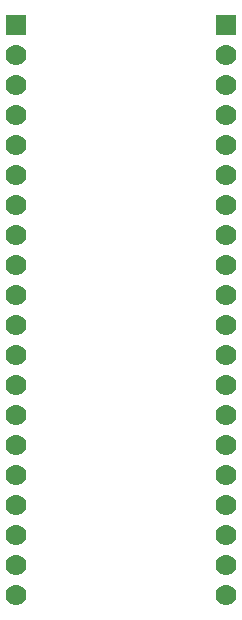
<source format=gbl>
G04 #@! TF.FileFunction,Copper,L2,Bot,Signal*
%FSLAX46Y46*%
G04 Gerber Fmt 4.6, Leading zero omitted, Abs format (unit mm)*
G04 Created by KiCad (PCBNEW 4.0.6) date Wed Sep 20 09:51:15 2017*
%MOMM*%
%LPD*%
G01*
G04 APERTURE LIST*
%ADD10C,0.100000*%
%ADD11C,1.778000*%
%ADD12R,1.778000X1.778000*%
G04 APERTURE END LIST*
D10*
D11*
X133350000Y-124460000D03*
X133350000Y-127000000D03*
X133350000Y-132080000D03*
X133350000Y-129540000D03*
X133350000Y-119380000D03*
X133350000Y-121920000D03*
X133350000Y-116840000D03*
X133350000Y-114300000D03*
X133350000Y-109220000D03*
X133350000Y-111760000D03*
X133350000Y-106680000D03*
X133350000Y-104140000D03*
X133350000Y-99060000D03*
X133350000Y-101600000D03*
X133350000Y-96520000D03*
X133350000Y-93980000D03*
D12*
X133350000Y-83820000D03*
D11*
X133350000Y-86360000D03*
X133350000Y-88900000D03*
X133350000Y-91440000D03*
X151130000Y-124460000D03*
X151130000Y-127000000D03*
X151130000Y-132080000D03*
X151130000Y-129540000D03*
X151130000Y-119380000D03*
X151130000Y-121920000D03*
X151130000Y-116840000D03*
X151130000Y-114300000D03*
X151130000Y-109220000D03*
X151130000Y-111760000D03*
X151130000Y-106680000D03*
X151130000Y-104140000D03*
X151130000Y-99060000D03*
X151130000Y-101600000D03*
X151130000Y-96520000D03*
X151130000Y-93980000D03*
D12*
X151130000Y-83820000D03*
D11*
X151130000Y-86360000D03*
X151130000Y-88900000D03*
X151130000Y-91440000D03*
M02*

</source>
